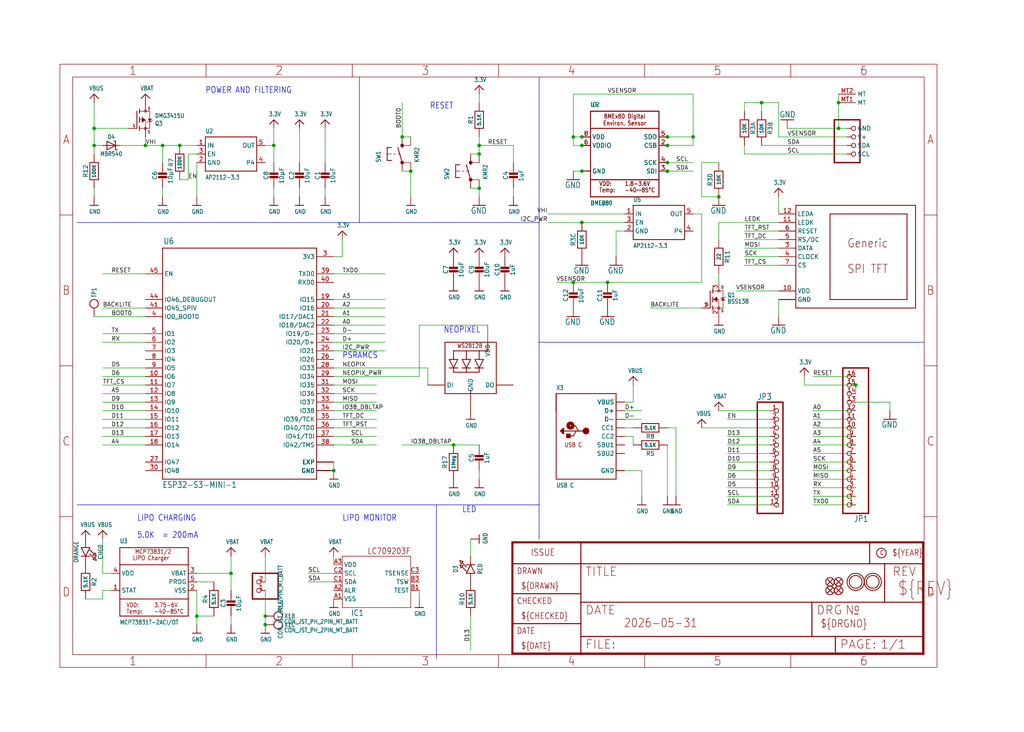
<source format=kicad_sch>
(kicad_sch (version 20230121) (generator eeschema)
  (paper "User" 303.962 217.322)
  (junction (at 226.06 30.48))
  (junction (at 172.72 43.18))
  (junction (at 134.62 132.08))
  (junction (at 248.92 30.48))
  (junction (at 254 114.3))
  (junction (at 43.18 43.18))
  (junction (at 172.72 40.64))
  (junction (at 99.06 139.7))
  (junction (at 53.34 43.18))
  (junction (at 142.24 55.88))
  (junction (at 180.34 83.82))
  (junction (at 119.38 40.64))
  (junction (at 198.12 43.18))
  (junction (at 142.24 43.18))
  (junction (at 27.94 38.1))
  (junction (at 172.72 66.04))
  (junction (at 198.12 48.26))
  (junction (at 121.92 50.8))
  (junction (at 78.74 182.88))
  (junction (at 58.42 182.88))
  (junction (at 198.12 40.64))
  (junction (at 248.92 38.1))
  (junction (at 172.72 50.8))
  (junction (at 205.74 40.64))
  (junction (at 170.18 83.82))
  (junction (at 27.94 43.18))
  (junction (at 170.18 40.64))
  (junction (at 81.28 43.18))
  (junction (at 48.26 43.18))
  (junction (at 78.74 185.42))
  (junction (at 142.24 45.72))
  (junction (at 68.58 170.18))
  (junction (at 213.36 58.42))
  (junction (at 198.12 50.8))
  (wire (pts (xy 99.06 129.54) (xy 111.76 129.54)) (stroke (width 0.1524)))
  (wire (pts (xy 99.06 119.38) (xy 111.76 119.38)) (stroke (width 0.1524)))
  (wire (pts (xy 198.12 127) (xy 200.66 127)) (stroke (width 0.1524)))
  (wire (pts (xy 213.36 66.04) (xy 213.36 71.12)) (stroke (width 0.1524)))
  (wire (pts (xy 254 116.84) (xy 254 114.3)) (stroke (width 0.1524)))
  (wire (pts (xy 25.4 177.8) (xy 30.48 177.8)) (stroke (width 0.1524)))
  (polyline (pts (xy 160.02 66.04) (xy 160.02 22.86)) (stroke (width 0.1524) (type solid)))
  (wire (pts (xy 215.9 149.86) (xy 228.6 149.86)) (stroke (width 0.1524)))
  (wire (pts (xy 68.58 182.88) (xy 68.58 185.42)) (stroke (width 0.1524)))
  (wire (pts (xy 254 121.92) (xy 241.3 121.92)) (stroke (width 0.1524)))
  (wire (pts (xy 48.26 43.18) (xy 48.26 48.26)) (stroke (width 0.1524)))
  (wire (pts (xy 185.42 119.38) (xy 187.96 119.38)) (stroke (width 0.1524)))
  (wire (pts (xy 99.06 76.2) (xy 101.6 76.2)) (stroke (width 0.1524)))
  (wire (pts (xy 172.72 43.18) (xy 170.18 43.18)) (stroke (width 0.1524)))
  (polyline (pts (xy 129.54 149.86) (xy 129.54 195.58)) (stroke (width 0.1524) (type solid)))
  (wire (pts (xy 58.42 175.26) (xy 58.42 182.88)) (stroke (width 0.1524)))
  (wire (pts (xy 254 111.76) (xy 241.3 111.76)) (stroke (width 0.1524)))
  (wire (pts (xy 254 127) (xy 241.3 127)) (stroke (width 0.1524)))
  (wire (pts (xy 198.12 50.8) (xy 205.74 50.8)) (stroke (width 0.1524)))
  (wire (pts (xy 254 144.78) (xy 241.3 144.78)) (stroke (width 0.1524)))
  (wire (pts (xy 185.42 121.92) (xy 190.5 121.92)) (stroke (width 0.1524)))
  (wire (pts (xy 215.9 132.08) (xy 228.6 132.08)) (stroke (width 0.1524)))
  (wire (pts (xy 96.52 55.88) (xy 96.52 58.42)) (stroke (width 0.1524)))
  (wire (pts (xy 30.48 121.92) (xy 43.18 121.92)) (stroke (width 0.1524)))
  (wire (pts (xy 198.12 43.18) (xy 205.74 43.18)) (stroke (width 0.1524)))
  (wire (pts (xy 124.46 111.76) (xy 124.46 96.52)) (stroke (width 0.1524)))
  (wire (pts (xy 68.58 175.26) (xy 68.58 170.18)) (stroke (width 0.1524)))
  (wire (pts (xy 99.06 96.52) (xy 114.3 96.52)) (stroke (width 0.1524)))
  (wire (pts (xy 53.34 43.18) (xy 48.26 43.18)) (stroke (width 0.1524)))
  (wire (pts (xy 30.48 111.76) (xy 43.18 111.76)) (stroke (width 0.1524)))
  (wire (pts (xy 30.48 127) (xy 43.18 127)) (stroke (width 0.1524)))
  (wire (pts (xy 185.42 63.5) (xy 162.56 63.5)) (stroke (width 0.1524)))
  (wire (pts (xy 170.18 43.18) (xy 170.18 40.64)) (stroke (width 0.1524)))
  (wire (pts (xy 220.98 33.02) (xy 220.98 30.48)) (stroke (width 0.1524)))
  (wire (pts (xy 185.42 66.04) (xy 172.72 66.04)) (stroke (width 0.1524)))
  (wire (pts (xy 238.76 114.3) (xy 254 114.3)) (stroke (width 0.1524)))
  (wire (pts (xy 228.6 127) (xy 208.28 127)) (stroke (width 0.1524)))
  (wire (pts (xy 142.24 45.72) (xy 139.7 45.72)) (stroke (width 0.1524)))
  (wire (pts (xy 231.14 73.66) (xy 220.98 73.66)) (stroke (width 0.1524)))
  (wire (pts (xy 170.18 40.64) (xy 170.18 27.94)) (stroke (width 0.1524)))
  (wire (pts (xy 231.14 40.64) (xy 251.46 40.64)) (stroke (width 0.1524)))
  (wire (pts (xy 27.94 43.18) (xy 27.94 38.1)) (stroke (width 0.1524)))
  (wire (pts (xy 99.06 170.18) (xy 91.44 170.18)) (stroke (width 0.1524)))
  (wire (pts (xy 81.28 43.18) (xy 81.28 38.1)) (stroke (width 0.1524)))
  (wire (pts (xy 68.58 165.1) (xy 68.58 170.18)) (stroke (width 0.1524)))
  (wire (pts (xy 78.74 185.42) (xy 78.74 182.88)) (stroke (width 0.1524)))
  (wire (pts (xy 254 139.7) (xy 241.3 139.7)) (stroke (width 0.1524)))
  (wire (pts (xy 142.24 142.24) (xy 142.24 139.7)) (stroke (width 0.1524)))
  (wire (pts (xy 43.18 132.08) (xy 30.48 132.08)) (stroke (width 0.1524)))
  (wire (pts (xy 231.14 40.64) (xy 231.14 30.48)) (stroke (width 0.1524)))
  (wire (pts (xy 170.18 83.82) (xy 180.34 83.82)) (stroke (width 0.1524)))
  (wire (pts (xy 220.98 30.48) (xy 226.06 30.48)) (stroke (width 0.1524)))
  (wire (pts (xy 35.56 43.18) (xy 43.18 43.18)) (stroke (width 0.1524)))
  (wire (pts (xy 208.28 83.82) (xy 208.28 63.5)) (stroke (width 0.1524)))
  (wire (pts (xy 99.06 101.6) (xy 114.3 101.6)) (stroke (width 0.1524)))
  (wire (pts (xy 43.18 40.64) (xy 43.18 43.18)) (stroke (width 0.1524)))
  (polyline (pts (xy 274.32 101.6) (xy 160.02 101.6)) (stroke (width 0.1524) (type solid)))
  (wire (pts (xy 142.24 132.08) (xy 134.62 132.08)) (stroke (width 0.1524)))
  (wire (pts (xy 43.18 129.54) (xy 30.48 129.54)) (stroke (width 0.1524)))
  (wire (pts (xy 63.5 182.88) (xy 58.42 182.88)) (stroke (width 0.1524)))
  (wire (pts (xy 99.06 121.92) (xy 111.76 121.92)) (stroke (width 0.1524)))
  (polyline (pts (xy 22.86 66.04) (xy 106.68 66.04)) (stroke (width 0.1524) (type solid)))
  (wire (pts (xy 205.74 63.5) (xy 208.28 63.5)) (stroke (width 0.1524)))
  (wire (pts (xy 139.7 182.88) (xy 139.7 193.04)) (stroke (width 0.1524)))
  (wire (pts (xy 99.06 91.44) (xy 114.3 91.44)) (stroke (width 0.1524)))
  (wire (pts (xy 254 124.46) (xy 241.3 124.46)) (stroke (width 0.1524)))
  (wire (pts (xy 38.1 38.1) (xy 27.94 38.1)) (stroke (width 0.1524)))
  (wire (pts (xy 152.4 58.42) (xy 152.4 55.88)) (stroke (width 0.1524)))
  (wire (pts (xy 58.42 170.18) (xy 68.58 170.18)) (stroke (width 0.1524)))
  (wire (pts (xy 43.18 43.18) (xy 48.26 43.18)) (stroke (width 0.1524)))
  (wire (pts (xy 213.36 66.04) (xy 231.14 66.04)) (stroke (width 0.1524)))
  (wire (pts (xy 241.3 129.54) (xy 254 129.54)) (stroke (width 0.1524)))
  (wire (pts (xy 226.06 30.48) (xy 226.06 33.02)) (stroke (width 0.1524)))
  (polyline (pts (xy 129.54 149.86) (xy 22.86 149.86)) (stroke (width 0.1524) (type solid)))
  (wire (pts (xy 231.14 93.98) (xy 231.14 88.9)) (stroke (width 0.1524)))
  (wire (pts (xy 172.72 66.04) (xy 162.56 66.04)) (stroke (width 0.1524)))
  (wire (pts (xy 172.72 40.64) (xy 170.18 40.64)) (stroke (width 0.1524)))
  (wire (pts (xy 215.9 124.46) (xy 228.6 124.46)) (stroke (width 0.1524)))
  (wire (pts (xy 30.48 170.18) (xy 33.02 170.18)) (stroke (width 0.1524)))
  (wire (pts (xy 127 109.22) (xy 127 114.3)) (stroke (width 0.1524)))
  (wire (pts (xy 99.06 137.16) (xy 99.06 139.7)) (stroke (width 0.1524)))
  (wire (pts (xy 213.36 81.28) (xy 213.36 83.82)) (stroke (width 0.1524)))
  (wire (pts (xy 142.24 43.18) (xy 152.4 43.18)) (stroke (width 0.1524)))
  (wire (pts (xy 198.12 48.26) (xy 205.74 48.26)) (stroke (width 0.1524)))
  (polyline (pts (xy 160.02 66.04) (xy 106.68 66.04)) (stroke (width 0.1524) (type solid)))
  (wire (pts (xy 27.94 38.1) (xy 27.94 30.48)) (stroke (width 0.1524)))
  (wire (pts (xy 101.6 76.2) (xy 101.6 71.12)) (stroke (width 0.1524)))
  (wire (pts (xy 43.18 91.44) (xy 30.48 91.44)) (stroke (width 0.1524)))
  (polyline (pts (xy 160.02 101.6) (xy 160.02 66.04)) (stroke (width 0.1524) (type solid)))
  (wire (pts (xy 205.74 40.64) (xy 205.74 43.18)) (stroke (width 0.1524)))
  (wire (pts (xy 190.5 147.32) (xy 190.5 139.7)) (stroke (width 0.1524)))
  (wire (pts (xy 99.06 109.22) (xy 127 109.22)) (stroke (width 0.1524)))
  (wire (pts (xy 43.18 81.28) (xy 30.48 81.28)) (stroke (width 0.1524)))
  (wire (pts (xy 187.96 129.54) (xy 187.96 132.08)) (stroke (width 0.1524)))
  (wire (pts (xy 43.18 119.38) (xy 30.48 119.38)) (stroke (width 0.1524)))
  (wire (pts (xy 182.88 68.58) (xy 182.88 76.2)) (stroke (width 0.1524)))
  (wire (pts (xy 241.3 147.32) (xy 254 147.32)) (stroke (width 0.1524)))
  (wire (pts (xy 88.9 38.1) (xy 88.9 48.26)) (stroke (width 0.1524)))
  (wire (pts (xy 180.34 83.82) (xy 208.28 83.82)) (stroke (width 0.1524)))
  (wire (pts (xy 251.46 43.18) (xy 226.06 43.18)) (stroke (width 0.1524)))
  (wire (pts (xy 99.06 114.3) (xy 111.76 114.3)) (stroke (width 0.1524)))
  (wire (pts (xy 254 119.38) (xy 264.16 119.38)) (stroke (width 0.1524)))
  (wire (pts (xy 152.4 48.26) (xy 152.4 43.18)) (stroke (width 0.1524)))
  (wire (pts (xy 213.36 121.92) (xy 228.6 121.92)) (stroke (width 0.1524)))
  (wire (pts (xy 231.14 76.2) (xy 220.98 76.2)) (stroke (width 0.1524)))
  (wire (pts (xy 78.74 43.18) (xy 81.28 43.18)) (stroke (width 0.1524)))
  (wire (pts (xy 185.42 129.54) (xy 187.96 129.54)) (stroke (width 0.1524)))
  (wire (pts (xy 121.92 50.8) (xy 121.92 58.42)) (stroke (width 0.1524)))
  (wire (pts (xy 81.28 55.88) (xy 81.28 58.42)) (stroke (width 0.1524)))
  (wire (pts (xy 99.06 132.08) (xy 111.76 132.08)) (stroke (width 0.1524)))
  (wire (pts (xy 99.06 88.9) (xy 114.3 88.9)) (stroke (width 0.1524)))
  (wire (pts (xy 142.24 43.18) (xy 142.24 45.72)) (stroke (width 0.1524)))
  (wire (pts (xy 99.06 111.76) (xy 124.46 111.76)) (stroke (width 0.1524)))
  (wire (pts (xy 190.5 139.7) (xy 185.42 139.7)) (stroke (width 0.1524)))
  (wire (pts (xy 30.48 175.26) (xy 33.02 175.26)) (stroke (width 0.1524)))
  (wire (pts (xy 208.28 58.42) (xy 208.28 48.26)) (stroke (width 0.1524)))
  (wire (pts (xy 124.46 177.8) (xy 124.46 175.26)) (stroke (width 0.1524)))
  (wire (pts (xy 185.42 124.46) (xy 190.5 124.46)) (stroke (width 0.1524)))
  (wire (pts (xy 55.88 45.72) (xy 58.42 45.72)) (stroke (width 0.1524)))
  (wire (pts (xy 248.92 27.94) (xy 248.92 30.48)) (stroke (width 0.1524)))
  (wire (pts (xy 48.26 55.88) (xy 48.26 58.42)) (stroke (width 0.1524)))
  (wire (pts (xy 99.06 116.84) (xy 111.76 116.84)) (stroke (width 0.1524)))
  (wire (pts (xy 142.24 40.64) (xy 142.24 43.18)) (stroke (width 0.1524)))
  (wire (pts (xy 187.96 119.38) (xy 187.96 114.3)) (stroke (width 0.1524)))
  (wire (pts (xy 111.76 124.46) (xy 99.06 124.46)) (stroke (width 0.1524)))
  (wire (pts (xy 119.38 40.64) (xy 119.38 30.48)) (stroke (width 0.1524)))
  (wire (pts (xy 231.14 71.12) (xy 220.98 71.12)) (stroke (width 0.1524)))
  (wire (pts (xy 185.42 68.58) (xy 182.88 68.58)) (stroke (width 0.1524)))
  (wire (pts (xy 55.88 53.34) (xy 55.88 45.72)) (stroke (width 0.1524)))
  (wire (pts (xy 254 149.86) (xy 241.3 149.86)) (stroke (width 0.1524)))
  (wire (pts (xy 220.98 45.72) (xy 220.98 43.18)) (stroke (width 0.1524)))
  (wire (pts (xy 200.66 127) (xy 200.66 147.32)) (stroke (width 0.1524)))
  (wire (pts (xy 241.3 142.24) (xy 254 142.24)) (stroke (width 0.1524)))
  (wire (pts (xy 231.14 78.74) (xy 220.98 78.74)) (stroke (width 0.1524)))
  (wire (pts (xy 248.92 38.1) (xy 251.46 38.1)) (stroke (width 0.1524)))
  (wire (pts (xy 254 134.62) (xy 241.3 134.62)) (stroke (width 0.1524)))
  (wire (pts (xy 81.28 48.26) (xy 81.28 43.18)) (stroke (width 0.1524)))
  (wire (pts (xy 205.74 27.94) (xy 205.74 40.64)) (stroke (width 0.1524)))
  (wire (pts (xy 78.74 182.88) (xy 78.74 175.26)) (stroke (width 0.1524)))
  (wire (pts (xy 30.48 99.06) (xy 43.18 99.06)) (stroke (width 0.1524)))
  (wire (pts (xy 99.06 165.1) (xy 99.06 167.64)) (stroke (width 0.1524)))
  (wire (pts (xy 185.42 127) (xy 187.96 127)) (stroke (width 0.1524)))
  (wire (pts (xy 43.18 124.46) (xy 30.48 124.46)) (stroke (width 0.1524)))
  (wire (pts (xy 88.9 55.88) (xy 88.9 58.42)) (stroke (width 0.1524)))
  (wire (pts (xy 208.28 48.26) (xy 213.36 48.26)) (stroke (width 0.1524)))
  (wire (pts (xy 58.42 43.18) (xy 53.34 43.18)) (stroke (width 0.1524)))
  (wire (pts (xy 264.16 119.38) (xy 264.16 121.92)) (stroke (width 0.1524)))
  (wire (pts (xy 228.6 144.78) (xy 215.9 144.78)) (stroke (width 0.1524)))
  (wire (pts (xy 248.92 38.1) (xy 233.68 38.1)) (stroke (width 0.1524)))
  (polyline (pts (xy 160.02 149.86) (xy 160.02 101.6)) (stroke (width 0.1524) (type solid)))
  (wire (pts (xy 27.94 45.72) (xy 27.94 43.18)) (stroke (width 0.1524)))
  (wire (pts (xy 251.46 45.72) (xy 220.98 45.72)) (stroke (width 0.1524)))
  (polyline (pts (xy 160.02 149.86) (xy 129.54 149.86)) (stroke (width 0.1524) (type solid)))
  (wire (pts (xy 43.18 114.3) (xy 30.48 114.3)) (stroke (width 0.1524)))
  (wire (pts (xy 165.1 83.82) (xy 170.18 83.82)) (stroke (width 0.1524)))
  (wire (pts (xy 96.52 38.1) (xy 96.52 48.26)) (stroke (width 0.1524)))
  (wire (pts (xy 91.44 172.72) (xy 99.06 172.72)) (stroke (width 0.1524)))
  (wire (pts (xy 215.9 142.24) (xy 228.6 142.24)) (stroke (width 0.1524)))
  (wire (pts (xy 215.9 137.16) (xy 228.6 137.16)) (stroke (width 0.1524)))
  (wire (pts (xy 238.76 111.76) (xy 238.76 114.3)) (stroke (width 0.1524)))
  (wire (pts (xy 30.48 160.02) (xy 30.48 170.18)) (stroke (width 0.1524)))
  (wire (pts (xy 119.38 40.64) (xy 121.92 40.64)) (stroke (width 0.1524)))
  (wire (pts (xy 99.06 81.28) (xy 114.3 81.28)) (stroke (width 0.1524)))
  (wire (pts (xy 248.92 30.48) (xy 248.92 38.1)) (stroke (width 0.1524)))
  (wire (pts (xy 170.18 27.94) (xy 205.74 27.94)) (stroke (width 0.1524)))
  (wire (pts (xy 124.46 96.52) (xy 144.78 96.52)) (stroke (width 0.1524)))
  (wire (pts (xy 193.04 91.44) (xy 208.28 91.44)) (stroke (width 0.1524)))
  (wire (pts (xy 170.18 50.8) (xy 172.72 50.8)) (stroke (width 0.1524)))
  (wire (pts (xy 43.18 101.6) (xy 30.48 101.6)) (stroke (width 0.1524)))
  (wire (pts (xy 198.12 132.08) (xy 198.12 147.32)) (stroke (width 0.1524)))
  (wire (pts (xy 228.6 147.32) (xy 215.9 147.32)) (stroke (width 0.1524)))
  (wire (pts (xy 231.14 68.58) (xy 220.98 68.58)) (stroke (width 0.1524)))
  (wire (pts (xy 231.14 86.36) (xy 218.44 86.36)) (stroke (width 0.1524)))
  (wire (pts (xy 139.7 55.88) (xy 142.24 55.88)) (stroke (width 0.1524)))
  (wire (pts (xy 139.7 165.1) (xy 139.7 160.02)) (stroke (width 0.1524)))
  (wire (pts (xy 99.06 104.14) (xy 114.3 104.14)) (stroke (width 0.1524)))
  (wire (pts (xy 58.42 182.88) (xy 58.42 185.42)) (stroke (width 0.1524)))
  (wire (pts (xy 30.48 43.18) (xy 27.94 43.18)) (stroke (width 0.1524)))
  (wire (pts (xy 58.42 172.72) (xy 63.5 172.72)) (stroke (width 0.1524)))
  (wire (pts (xy 119.38 50.8) (xy 121.92 50.8)) (stroke (width 0.1524)))
  (wire (pts (xy 53.34 53.34) (xy 55.88 53.34)) (stroke (width 0.1524)))
  (wire (pts (xy 58.42 48.26) (xy 58.42 58.42)) (stroke (width 0.1524)))
  (wire (pts (xy 99.06 93.98) (xy 114.3 93.98)) (stroke (width 0.1524)))
  (wire (pts (xy 27.94 58.42) (xy 27.94 55.88)) (stroke (width 0.1524)))
  (wire (pts (xy 43.18 109.22) (xy 30.48 109.22)) (stroke (width 0.1524)))
  (wire (pts (xy 215.9 139.7) (xy 228.6 139.7)) (stroke (width 0.1524)))
  (wire (pts (xy 228.6 134.62) (xy 215.9 134.62)) (stroke (width 0.1524)))
  (wire (pts (xy 99.06 99.06) (xy 114.3 99.06)) (stroke (width 0.1524)))
  (wire (pts (xy 198.12 40.64) (xy 205.74 40.64)) (stroke (width 0.1524)))
  (wire (pts (xy 43.18 116.84) (xy 30.48 116.84)) (stroke (width 0.1524)))
  (wire (pts (xy 43.18 93.98) (xy 27.94 93.98)) (stroke (width 0.1524)))
  (wire (pts (xy 254 137.16) (xy 241.3 137.16)) (stroke (width 0.1524)))
  (wire (pts (xy 134.62 132.08) (xy 119.38 132.08)) (stroke (width 0.1524)))
  (wire (pts (xy 231.14 30.48) (xy 226.06 30.48)) (stroke (width 0.1524)))
  (polyline (pts (xy 106.68 66.04) (xy 106.68 22.86)) (stroke (width 0.1524) (type solid)))
  (wire (pts (xy 99.06 127) (xy 111.76 127)) (stroke (width 0.1524)))
  (wire (pts (xy 142.24 55.88) (xy 142.24 58.42)) (stroke (width 0.1524)))
  (wire (pts (xy 231.14 63.5) (xy 231.14 58.42)) (stroke (width 0.1524)))
  (wire (pts (xy 208.28 58.42) (xy 213.36 58.42)) (stroke (width 0.1524)))
  (wire (pts (xy 254 132.08) (xy 241.3 132.08)) (stroke (width 0.1524)))
  (wire (pts (xy 228.6 129.54) (xy 215.9 129.54)) (stroke (width 0.1524)))
  (wire (pts (xy 78.74 165.1) (xy 78.74 172.72)) (stroke (width 0.1524)))
  (wire (pts (xy 30.48 177.8) (xy 30.48 175.26)) (stroke (width 0.1524)))
  (polyline (pts (xy 160.02 160.02) (xy 160.02 149.86)) (stroke (width 0.1524) (type solid)))
  (wire (pts (xy 142.24 27.94) (xy 142.24 30.48)) (stroke (width 0.1524)))
  (text "5.0K  = 200mA" (at 40.64 160.02 0) (effects (font (size 1.778 1.5113)) (justify left bottom)))
  (text "LED" (at 137.16 152.4 0) (effects (font (size 1.778 1.5113)) (justify left bottom)))
  (text "POWER AND FILTERING" (at 60.96 27.94 0) (effects (font (size 1.778 1.5113)) (justify left bottom)))
  (text "LIPO CHARGING" (at 40.64 154.94 0) (effects (font (size 1.778 1.5113)) (justify left bottom)))
  (text "PSRAMCS" (at 101.6 106.68 0) (effects (font (size 1.778 1.5113)) (justify left bottom)))
  (text "NEOPIXEL" (at 137.16 99.06 0) (effects (font (size 1.778 1.5113)) (justify bottom)))
  (text "RESET" (at 134.62 30.48 0) (effects (font (size 1.778 1.5113)) (justify right top)))
  (text "LIPO MONITOR" (at 101.6 154.94 0) (effects (font (size 1.778 1.5113)) (justify left bottom)))
  (label "D11" (at 33.02 124.46 0) (effects (font (size 1.2446 1.2446))))
  (label "TFT_RST" (at 101.6 127 0) (effects (font (size 1.2446 1.2446))))
  (label "SCL" (at 91.44 170.18 0) (effects (font (size 1.2446 1.2446))))
  (label "EN" (at 215.9 124.46 0) (effects (font (size 1.2446 1.2446))))
  (label "D6" (at 215.9 142.24 0) (effects (font (size 1.2446 1.2446))))
  (label "RESET" (at 241.3 111.76 0) (effects (font (size 1.2446 1.2446))))
  (label "NEOPIX" (at 101.6 109.22 0) (effects (font (size 1.2446 1.2446))))
  (label "VSENSOR" (at 218.44 86.36 0) (effects (font (size 1.2446 1.2446))))
  (label "TFT_CS" (at 220.98 78.74 0) (effects (font (size 1.2446 1.2446))))
  (label "RESET" (at 144.78 43.18 0) (effects (font (size 1.2446 1.2446))))
  (label "A1" (at 101.6 93.98 0) (effects (font (size 1.2446 1.2446))))
  (label "SCK" (at 241.3 137.16 0) (effects (font (size 1.2446 1.2446))))
  (label "A5" (at 33.02 116.84 0) (effects (font (size 1.2446 1.2446))))
  (label "SCL" (at 233.68 45.72 0) (effects (font (size 1.2446 1.2446))))
  (label "VSENSOR" (at 180.34 27.94 0) (effects (font (size 1.2446 1.2446))))
  (label "BOOT0" (at 119.38 38.1 90) (effects (font (size 1.2446 1.2446))))
  (label "MISO" (at 241.3 142.24 0) (effects (font (size 1.2446 1.2446))))
  (label "TX" (at 241.3 147.32 0) (effects (font (size 1.2446 1.2446))))
  (label "SCK" (at 101.6 116.84 0) (effects (font (size 1.2446 1.2446))))
  (label "A0" (at 241.3 121.92 0) (effects (font (size 1.2446 1.2446))))
  (label "D12" (at 215.9 132.08 0) (effects (font (size 1.2446 1.2446))))
  (label "D-" (at 185.42 124.46 0) (effects (font (size 1.2446 1.2446))))
  (label "D6" (at 33.02 111.76 0) (effects (font (size 1.2446 1.2446))))
  (label "BOOT0" (at 33.02 93.98 0) (effects (font (size 1.2446 1.2446))))
  (label "VSENSOR" (at 165.1 83.82 0) (effects (font (size 1.2446 1.2446))))
  (label "A4" (at 33.02 132.08 0) (effects (font (size 1.2446 1.2446))))
  (label "TXD0" (at 241.3 149.86 0) (effects (font (size 1.2446 1.2446))))
  (label "A5" (at 241.3 134.62 0) (effects (font (size 1.2446 1.2446))))
  (label "TFT_DC" (at 101.6 124.46 0) (effects (font (size 1.2446 1.2446))))
  (label "D+" (at 185.42 121.92 0) (effects (font (size 1.2446 1.2446))))
  (label "D9" (at 33.02 119.38 0) (effects (font (size 1.2446 1.2446))))
  (label "VHI" (at 162.56 63.5 180) (effects (font (size 1.2446 1.2446))))
  (label "SDA" (at 200.66 50.8 0) (effects (font (size 1.2446 1.2446))))
  (label "SDA" (at 215.9 149.86 0) (effects (font (size 1.2446 1.2446))))
  (label "LEDK" (at 220.98 66.04 0) (effects (font (size 1.2446 1.2446))))
  (label "SDA" (at 91.44 172.72 0) (effects (font (size 1.2446 1.2446))))
  (label "A3" (at 241.3 129.54 0) (effects (font (size 1.2446 1.2446))))
  (label "TFT_RST" (at 220.98 68.58 0) (effects (font (size 1.2446 1.2446))))
  (label "EN" (at 55.88 53.34 0) (effects (font (size 1.2446 1.2446))))
  (label "TX" (at 33.02 99.06 0) (effects (font (size 1.2446 1.2446))))
  (label "SDA" (at 104.14 132.08 0) (effects (font (size 1.2446 1.2446))))
  (label "SCL" (at 104.14 129.54 0) (effects (font (size 1.2446 1.2446))))
  (label "MOSI" (at 241.3 139.7 0) (effects (font (size 1.2446 1.2446))))
  (label "IO38_DBLTAP" (at 121.92 132.08 0) (effects (font (size 1.2446 1.2446))))
  (label "D10" (at 215.9 137.16 0) (effects (font (size 1.2446 1.2446))))
  (label "TFT_DC" (at 220.98 71.12 0) (effects (font (size 1.2446 1.2446))))
  (label "D9" (at 215.9 139.7 0) (effects (font (size 1.2446 1.2446))))
  (label "RESET" (at 33.02 81.28 0) (effects (font (size 1.2446 1.2446))))
  (label "VHI" (at 43.18 43.18 0) (effects (font (size 1.2446 1.2446))))
  (label "D-" (at 101.6 99.06 0) (effects (font (size 1.2446 1.2446))))
  (label "A3" (at 101.6 88.9 0) (effects (font (size 1.2446 1.2446))))
  (label "A2" (at 101.6 91.44 0) (effects (font (size 1.2446 1.2446))))
  (label "SCL" (at 200.66 48.26 0) (effects (font (size 1.2446 1.2446))))
  (label "IO38_DBLTAP" (at 101.6 121.92 0) (effects (font (size 1.2446 1.2446))))
  (label "A2" (at 241.3 127 0) (effects (font (size 1.2446 1.2446))))
  (label "A4" (at 241.3 132.08 0) (effects (font (size 1.2446 1.2446))))
  (label "I2C_PWR" (at 101.6 104.14 0) (effects (font (size 1.2446 1.2446))))
  (label "I2C_PWR" (at 162.56 66.04 180) (effects (font (size 1.2446 1.2446))))
  (label "D12" (at 33.02 127 0) (effects (font (size 1.2446 1.2446))))
  (label "D5" (at 215.9 144.78 0) (effects (font (size 1.2446 1.2446))))
  (label "MOSI" (at 220.98 73.66 0) (effects (font (size 1.2446 1.2446))))
  (label "RX" (at 241.3 144.78 0) (effects (font (size 1.2446 1.2446))))
  (label "D13" (at 33.02 129.54 0) (effects (font (size 1.2446 1.2446))))
  (label "MISO" (at 101.6 119.38 0) (effects (font (size 1.2446 1.2446))))
  (label "BACKLITE" (at 193.04 91.44 0) (effects (font (size 1.2446 1.2446))))
  (label "RX" (at 33.02 101.6 0) (effects (font (size 1.2446 1.2446))))
  (label "MOSI" (at 101.6 114.3 0) (effects (font (size 1.2446 1.2446))))
  (label "D5" (at 33.02 109.22 0) (effects (font (size 1.2446 1.2446))))
  (label "SCK" (at 220.98 76.2 0) (effects (font (size 1.2446 1.2446))))
  (label "NEOPIX_PWR" (at 101.6 111.76 0) (effects (font (size 1.2446 1.2446))))
  (label "D+" (at 101.6 101.6 0) (effects (font (size 1.2446 1.2446))))
  (label "BACKLITE" (at 30.48 91.44 0) (effects (font (size 1.2446 1.2446))))
  (label "TXD0" (at 101.6 81.28 0) (effects (font (size 1.2446 1.2446))))
  (label "SDA" (at 233.68 43.18 0) (effects (font (size 1.2446 1.2446))))
  (label "D13" (at 215.9 129.54 0) (effects (font (size 1.2446 1.2446))))
  (label "SCL" (at 215.9 147.32 0) (effects (font (size 1.2446 1.2446))))
  (label "D13" (at 139.7 190.5 90) (effects (font (size 1.2446 1.2446))))
  (label "A1" (at 241.3 124.46 0) (effects (font (size 1.2446 1.2446))))
  (label "VSENSOR" (at 233.68 40.64 0) (effects (font (size 1.2446 1.2446))))
  (label "TFT_CS" (at 30.48 114.3 0) (effects (font (size 1.2446 1.2446))))
  (label "D10" (at 33.02 121.92 0) (effects (font (size 1.2446 1.2446))))
  (label "A0" (at 101.6 96.52 0) (effects (font (size 1.2446 1.2446))))
  (label "D11" (at 215.9 134.62 0) (effects (font (size 1.2446 1.2446))))
  (symbol (lib_id "working-eagle-import:RESISTOR_0603_NOOUT") (at 142.24 35.56 90) (unit 1)
    (property "Reference" "R1" (at 139.7 35.56 0))
    (property "Value" "5.1K" (at 142.24 35.56 0) (effects (font (size 1.016 1.016) bold)))
    (property "Footprint" "working:0603-NO" (effects hide))
  )
  (symbol (lib_id "working-eagle-import:RESISTOR_0603_NOOUT") (at 139.7 177.8 90) (unit 1)
    (property "Reference" "R10" (at 137.16 177.8 0))
    (property "Value" "5.1K" (at 139.7 177.8 0) (effects (font (size 1.016 1.016) bold)))
    (property "Footprint" "working:0603-NO" (effects hide))
  )
  (symbol (lib_id "working-eagle-import:CAP_CERAMIC0805-NOOUTLINE") (at 134.62 81.28 0) (unit 1)
    (property "Reference" "C7" (at 132.33 80.03 90))
    (property "Value" "10uF" (at 136.92 80.03 90))
    (property "Footprint" "working:0805-NO" (effects hide))
  )
  (symbol (lib_id "working-eagle-import:LC709203F/MH") (at 111.76 172.72 0) (unit 1)
    (property "Reference" "IC1" (at 104.14 182.88 0) (effects (font (size 1.778 1.5113)) (justify left bottom)))
    (property "Value" "LC709203F/MH" (effects hide))
    (property "Footprint" "working:WLCSP9" (effects hide))
  )
  (symbol (lib_id "working-eagle-import:GND") (at 149.86 86.36 0) (unit 1)
    (property "Reference" "#U$47" (effects hide))
    (property "Value" "GND" (at 148.336 88.9 0) (effects (font (size 1.27 1.0795)) (justify left bottom)))
  )
  (symbol (lib_id "working-eagle-import:RESISTOR_0603_NOOUT") (at 134.62 137.16 90) (unit 1)
    (property "Reference" "R17" (at 132.08 137.16 0))
    (property "Value" "1Meg" (at 134.62 137.16 0) (effects (font (size 1.016 1.016) bold)))
    (property "Footprint" "working:0603-NO" (effects hide))
  )
  (symbol (lib_id "working-eagle-import:GND") (at 142.24 86.36 0) (unit 1)
    (property "Reference" "#U$46" (effects hide))
    (property "Value" "GND" (at 140.716 88.9 0) (effects (font (size 1.27 1.0795)) (justify left bottom)))
  )
  (symbol (lib_id "working-eagle-import:DISP_LCD_GENERIC_SPI_1.14IN_240X135_WRAPUNDER") (at 256.54 76.2 0) (unit 1)
    (property "Reference" "DISP1" (effects hide))
    (property "Value" "DISP_LCD_GENERIC_SPI_1.14IN_240X135_WRAPUNDER" (effects hide))
    (property "Footprint" "working:TFT_1.14IN_240X135_WRAPUNDER" (effects hide))
  )
  (symbol (lib_id "working-eagle-import:SWITCH_TACT_SMT4.6X2.8") (at 119.38 45.72 90) (unit 1)
    (property "Reference" "SW1" (at 113.03 48.26 0) (effects (font (size 1.27 1.0795)) (justify left bottom)))
    (property "Value" "KMR2" (at 124.46 48.26 0) (effects (font (size 1.27 1.0795)) (justify left bottom)))
    (property "Footprint" "working:BTN_KMR2_4.6X2.8" (effects hide))
  )
  (symbol (lib_id "working-eagle-import:VREG_SOT23-5") (at 68.58 45.72 0) (unit 1)
    (property "Reference" "U2" (at 60.96 39.624 0) (effects (font (size 1.27 1.0795)) (justify left bottom)))
    (property "Value" "AP2112-3.3" (at 60.96 53.34 0) (effects (font (size 1.27 1.0795)) (justify left bottom)))
    (property "Footprint" "working:SOT23-5" (effects hide))
  )
  (symbol (lib_id "working-eagle-import:GND") (at 152.4 60.96 0) (unit 1)
    (property "Reference" "#U$42" (effects hide))
    (property "Value" "GND" (at 150.876 63.5 0) (effects (font (size 1.27 1.0795)) (justify left bottom)))
  )
  (symbol (lib_id "working-eagle-import:GND") (at 142.24 144.78 0) (unit 1)
    (property "Reference" "#U$40" (effects hide))
    (property "Value" "GND" (at 140.716 147.32 0) (effects (font (size 1.27 1.0795)) (justify left bottom)))
  )
  (symbol (lib_id "working-eagle-import:MOUNTINGHOLE2.5") (at 259.08 172.72 0) (unit 1)
    (property "Reference" "U$32" (effects hide))
    (property "Value" "MOUNTINGHOLE2.5" (effects hide))
    (property "Footprint" "working:MOUNTINGHOLE_2.5_PLATED" (effects hide))
  )
  (symbol (lib_id "working-eagle-import:GND") (at 96.52 60.96 0) (unit 1)
    (property "Reference" "#U$4" (effects hide))
    (property "Value" "GND" (at 94.996 63.5 0) (effects (font (size 1.27 1.0795)) (justify left bottom)))
  )
  (symbol (lib_id "working-eagle-import:GND") (at 68.58 187.96 0) (unit 1)
    (property "Reference" "#U$33" (effects hide))
    (property "Value" "GND" (at 67.056 190.5 0) (effects (font (size 1.27 1.0795)) (justify left bottom)))
  )
  (symbol (lib_id "working-eagle-import:FRAME_A4") (at 17.78 198.12 0) (unit 1)
    (property "Reference" "#FRAME1" (effects hide))
    (property "Value" "FRAME_A4" (effects hide))
  )
  (symbol (lib_id "working-eagle-import:VBUS") (at 187.96 111.76 0) (unit 1)
    (property "Reference" "#U$28" (effects hide))
    (property "Value" "VBUS" (at 186.436 110.744 0) (effects (font (size 1.27 1.0795)) (justify left bottom)))
  )
  (symbol (lib_id "working-eagle-import:RESISTOR_0603_NOOUT") (at 63.5 177.8 90) (unit 1)
    (property "Reference" "R4" (at 60.96 177.8 0))
    (property "Value" "5.1K" (at 63.5 177.8 0) (effects (font (size 1.016 1.016) bold)))
    (property "Footprint" "working:0603-NO" (effects hide))
  )
  (symbol (lib_id "working-eagle-import:supply1_GND") (at 213.36 60.96 0) (unit 1)
    (property "Reference" "#GND10" (effects hide))
    (property "Value" "GND" (at 210.82 63.5 0) (effects (font (size 1.778 1.5113)) (justify left bottom)))
  )
  (symbol (lib_id "working-eagle-import:CAP_CERAMIC0805-NOOUTLINE") (at 48.26 53.34 0) (unit 1)
    (property "Reference" "C6" (at 45.97 52.09 90))
    (property "Value" "10µF" (at 50.56 52.09 90))
    (property "Footprint" "working:0805-NO" (effects hide))
  )
  (symbol (lib_id "working-eagle-import:VBUS") (at 25.4 157.48 0) (unit 1)
    (property "Reference" "#U$58" (effects hide))
    (property "Value" "VBUS" (at 23.876 156.464 0) (effects (font (size 1.27 1.0795)) (justify left bottom)))
  )
  (symbol (lib_id "working-eagle-import:FIDUCIAL_1MM") (at 246.38 175.26 0) (unit 1)
    (property "Reference" "U$55" (effects hide))
    (property "Value" "FIDUCIAL_1MM" (effects hide))
    (property "Footprint" "working:FIDUCIAL_1MM" (effects hide))
  )
  (symbol (lib_id "working-eagle-import:CON_JST_PH_2PIN_MT_BATT") (at 76.2 172.72 180) (unit 1)
    (property "Reference" "X1" (at 82.55 178.435 90) (effects (font (size 1.27 1.0795)) (justify left bottom)))
    (property "Value" "CON_JST_PH_2PIN_MT_BATT" (at 82.55 167.64 90) (effects (font (size 1.27 1.0795)) (justify left bottom)))
    (property "Footprint" "working:JSTPH2_BATT" (effects hide))
  )
  (symbol (lib_id "working-eagle-import:supply1_GND") (at 231.14 96.52 0) (unit 1)
    (property "Reference" "#GND3" (effects hide))
    (property "Value" "GND" (at 228.6 99.06 0) (effects (font (size 1.778 1.5113)) (justify left bottom)))
  )
  (symbol (lib_id "working-eagle-import:RESISTOR_4PACK") (at 172.72 71.12 90) (unit 3)
    (property "Reference" "R3" (at 170.18 71.12 0))
    (property "Value" "10K" (at 172.72 71.12 0) (effects (font (size 1.016 1.016) bold)))
    (property "Footprint" "working:RESPACK_4X0603" (effects hide))
  )
  (symbol (lib_id "working-eagle-import:GND") (at 48.26 60.96 0) (unit 1)
    (property "Reference" "#U$27" (effects hide))
    (property "Value" "GND" (at 46.736 63.5 0) (effects (font (size 1.27 1.0795)) (justify left bottom)))
  )
  (symbol (lib_id "working-eagle-import:GND") (at 78.74 187.96 0) (unit 1)
    (property "Reference" "#U$22" (effects hide))
    (property "Value" "GND" (at 77.216 190.5 0) (effects (font (size 1.27 1.0795)) (justify left bottom)))
  )
  (symbol (lib_id "working-eagle-import:VBAT") (at 43.18 27.94 0) (unit 1)
    (property "Reference" "#U$21" (effects hide))
    (property "Value" "VBAT" (at 41.656 26.924 0) (effects (font (size 1.27 1.0795)) (justify left bottom)))
  )
  (symbol (lib_id "working-eagle-import:GND") (at 27.94 60.96 0) (unit 1)
    (property "Reference" "#U$25" (effects hide))
    (property "Value" "GND" (at 26.416 63.5 0) (effects (font (size 1.27 1.0795)) (justify left bottom)))
  )
  (symbol (lib_id "working-eagle-import:CAP_CERAMIC0805-NOOUTLINE") (at 81.28 53.34 0) (unit 1)
    (property "Reference" "C8" (at 78.99 52.09 90))
    (property "Value" "10µF" (at 83.58 52.09 90))
    (property "Footprint" "working:0805-NO" (effects hide))
    (property "REV" "C" (effects hide))
  )
  (symbol (lib_id "working-eagle-import:RESISTOR_0603_NOOUT") (at 193.04 132.08 180) (unit 1)
    (property "Reference" "R5" (at 193.04 134.62 0))
    (property "Value" "5.1K" (at 193.04 132.08 0) (effects (font (size 1.016 1.016) bold)))
    (property "Footprint" "working:0603-NO" (effects hide))
  )
  (symbol (lib_id "working-eagle-import:FIDUCIAL_1MM") (at 248.92 172.72 0) (unit 1)
    (property "Reference" "U$34" (effects hide))
    (property "Value" "FIDUCIAL_1MM" (effects hide))
    (property "Footprint" "working:FIDUCIAL_1MM" (effects hide))
  )
  (symbol (lib_id "working-eagle-import:FIDUCIAL_1MM") (at 246.38 172.72 0) (unit 1)
    (property "Reference" "U$35" (effects hide))
    (property "Value" "FIDUCIAL_1MM" (effects hide))
    (property "Footprint" "working:FIDUCIAL_1MM" (effects hide))
  )
  (symbol (lib_id "working-eagle-import:supply1_GND") (at 170.18 53.34 0) (unit 1)
    (property "Reference" "#GND2" (effects hide))
    (property "Value" "GND" (at 167.64 55.88 0) (effects (font (size 1.778 1.5113)) (justify left bottom)))
  )
  (symbol (lib_id "working-eagle-import:MOUNTINGHOLE2.5") (at 254 172.72 0) (unit 1)
    (property "Reference" "U$31" (effects hide))
    (property "Value" "MOUNTINGHOLE2.5" (effects hide))
    (property "Footprint" "working:MOUNTINGHOLE_2.5_PLATED" (effects hide))
  )
  (symbol (lib_id "working-eagle-import:LED0603_NOOUTLINE") (at 25.4 165.1 270) (unit 1)
    (property "Reference" "CHG0" (at 29.845 163.83 0) (effects (font (size 1.27 1.0795))))
    (property "Value" "ORANGE" (at 22.606 163.83 0) (effects (font (size 1.27 1.0795))))
    (property "Footprint" "working:CHIPLED_0603_NOOUTLINE" (effects hide))
  )
  (symbol (lib_id "working-eagle-import:3.3V") (at 238.76 109.22 0) (unit 1)
    (property "Reference" "#U$6" (effects hide))
    (property "Value" "3.3V" (at 237.236 108.204 0) (effects (font (size 1.27 1.0795)) (justify left bottom)))
  )
  (symbol (lib_id "working-eagle-import:VBAT") (at 68.58 162.56 0) (unit 1)
    (property "Reference" "#U$39" (effects hide))
    (property "Value" "VBAT" (at 67.056 161.544 0) (effects (font (size 1.27 1.0795)) (justify left bottom)))
  )
  (symbol (lib_id "working-eagle-import:MOSFET-NREFLOW") (at 210.82 88.9 0) (unit 1)
    (property "Reference" "Q1" (at 215.9 88.265 0) (effects (font (size 1.27 1.0795)) (justify left bottom)))
    (property "Value" "BSS138" (at 215.9 90.17 0) (effects (font (size 1.27 1.0795)) (justify left bottom)))
    (property "Footprint" "working:SOT23-R" (effects hide))
  )
  (symbol (lib_id "working-eagle-import:supply1_GND") (at 180.34 93.98 0) (unit 1)
    (property "Reference" "#GND5" (effects hide))
    (property "Value" "GND" (at 177.8 96.52 0) (effects (font (size 1.778 1.5113)) (justify left bottom)))
  )
  (symbol (lib_id "working-eagle-import:BME680") (at 185.42 45.72 0) (unit 1)
    (property "Reference" "IC2" (at 175.26 31.75 0) (effects (font (size 1.27 1.0795)) (justify left bottom)))
    (property "Value" "BME680" (at 175.26 60.96 0) (effects (font (size 1.27 1.0795)) (justify left bottom)))
    (property "Footprint" "working:BME680" (effects hide))
  )
  (symbol (lib_id "working-eagle-import:RESISTOR_0603_NOOUT") (at 25.4 172.72 270) (unit 1)
    (property "Reference" "R2" (at 27.94 172.72 0))
    (property "Value" "5.1K" (at 25.4 172.72 0) (effects (font (size 1.016 1.016) bold)))
    (property "Footprint" "working:0603-NO" (effects hide))
  )
  (symbol (lib_id "working-eagle-import:GND") (at 190.5 149.86 0) (unit 1)
    (property "Reference" "#U$23" (effects hide))
    (property "Value" "GND" (at 188.976 152.4 0) (effects (font (size 1.27 1.0795)) (justify left bottom)))
  )
  (symbol (lib_id "working-eagle-import:CAP_CERAMIC0805-NOOUTLINE") (at 96.52 53.34 0) (unit 1)
    (property "Reference" "C1" (at 94.23 52.09 90))
    (property "Value" "10uF" (at 98.82 52.09 90))
    (property "Footprint" "working:0805-NO" (effects hide))
  )
  (symbol (lib_id "working-eagle-import:GND") (at 142.24 160.02 90) (unit 1)
    (property "Reference" "#U$8" (effects hide))
    (property "Value" "GND" (at 144.78 161.544 0) (effects (font (size 1.27 1.0795)) (justify left bottom)))
  )
  (symbol (lib_id "working-eagle-import:GND") (at 134.62 86.36 0) (unit 1)
    (property "Reference" "#U$45" (effects hide))
    (property "Value" "GND" (at 133.096 88.9 0) (effects (font (size 1.27 1.0795)) (justify left bottom)))
  )
  (symbol (lib_id "working-eagle-import:VBUS") (at 27.94 27.94 0) (unit 1)
    (property "Reference" "#U$3" (effects hide))
    (property "Value" "VBUS" (at 26.416 26.924 0) (effects (font (size 1.27 1.0795)) (justify left bottom)))
  )
  (symbol (lib_id "working-eagle-import:VBUS") (at 208.28 124.46 0) (unit 1)
    (property "Reference" "#U$19" (effects hide))
    (property "Value" "VBUS" (at 206.756 123.444 0) (effects (font (size 1.27 1.0795)) (justify left bottom)))
  )
  (symbol (lib_id "working-eagle-import:GND") (at 213.36 96.52 0) (unit 1)
    (property "Reference" "#U$57" (effects hide))
    (property "Value" "GND" (at 211.836 99.06 0) (effects (font (size 1.27 1.0795)) (justify left bottom)))
  )
  (symbol (lib_id "working-eagle-import:CAP_CERAMIC0805-NOOUTLINE") (at 170.18 88.9 0) (unit 1)
    (property "Reference" "C12" (at 167.89 87.65 90))
    (property "Value" "10uF" (at 172.48 87.65 90))
    (property "Footprint" "working:0805-NO" (effects hide))
  )
  (symbol (lib_id "working-eagle-import:CON_JST_PH_2PIN_MT_BATT") (at 78.74 185.42 270) (unit 3)
    (property "Reference" "X1" (at 84.328 185.42 90) (effects (font (size 1.27 1.0795)) (justify left)))
    (property "Value" "CON_JST_PH_2PIN_MT_BATT" (at 84.328 187.071 90) (effects (font (size 1.27 1.0795)) (justify left)))
    (property "Footprint" "working:JSTPH2_BATT" (effects hide))
  )
  (symbol (lib_id "working-eagle-import:MCP73831/2") (at 45.72 172.72 0) (unit 1)
    (property "Reference" "U3" (at 35.56 161.29 0) (effects (font (size 1.27 1.0795)) (justify left bottom)))
    (property "Value" "MCP73831T-2ACI/OT" (at 35.56 185.42 0) (effects (font (size 1.27 1.0795)) (justify left bottom)))
    (property "Footprint" "working:SOT23-5" (effects hide))
  )
  (symbol (lib_id "working-eagle-import:RESISTOR_0603_NOOUT") (at 193.04 127 180) (unit 1)
    (property "Reference" "R8" (at 193.04 129.54 0))
    (property "Value" "5.1K" (at 193.04 127 0) (effects (font (size 1.016 1.016) bold)))
    (property "Footprint" "working:0603-NO" (effects hide))
  )
  (symbol (lib_id "working-eagle-import:3.3V") (at 96.52 35.56 0) (unit 1)
    (property "Reference" "#U$2" (effects hide))
    (property "Value" "3.3V" (at 94.996 34.544 0) (effects (font (size 1.27 1.0795)) (justify left bottom)))
  )
  (symbol (lib_id "working-eagle-import:CAP_CERAMIC0805-NOOUTLINE") (at 68.58 180.34 0) (unit 1)
    (property "Reference" "C3" (at 66.29 179.09 90))
    (property "Value" "10µF" (at 70.88 179.09 90))
    (property "Footprint" "working:0805-NO" (effects hide))
  )
  (symbol (lib_id "working-eagle-import:GND") (at 99.06 180.34 0) (unit 1)
    (property "Reference" "#U$48" (effects hide))
    (property "Value" "GND" (at 97.536 182.88 0) (effects (font (size 1.27 1.0795)) (justify left bottom)))
  )
  (symbol (lib_id "working-eagle-import:RESISTOR_4PACK") (at 220.98 38.1 270) (unit 1)
    (property "Reference" "R3" (at 223.52 38.1 0))
    (property "Value" "10K" (at 220.98 38.1 0) (effects (font (size 1.016 1.016) bold)))
    (property "Footprint" "working:RESPACK_4X0603" (effects hide))
  )
  (symbol (lib_id "working-eagle-import:FRAME_A4") (at 152.4 195.58 0) (unit 2)
    (property "Reference" "#FRAME1" (effects hide))
    (property "Value" "FRAME_A4" (effects hide))
  )
  (symbol (lib_id "working-eagle-import:STEMMA_I2C_QTRA") (at 248.92 30.48 0) (unit 2)
    (property "Reference" "CONN1" (effects hide))
    (property "Value" "STEMMA_I2C_QTRA" (effects hide))
    (property "Footprint" "working:JST_SH4_RA" (effects hide))
  )
  (symbol (lib_id "working-eagle-import:STEMMA_I2C_QTRA") (at 251.46 43.18 0) (unit 1)
    (property "Reference" "CONN1" (effects hide))
    (property "Value" "STEMMA_I2C_QTRA" (effects hide))
    (property "Footprint" "working:JST_SH4_RA" (effects hide))
  )
  (symbol (lib_id "working-eagle-import:SWITCH_TACT_SMT4.6X2.8") (at 139.7 50.8 90) (unit 1)
    (property "Reference" "SW2" (at 133.35 53.34 0) (effects (font (size 1.27 1.0795)) (justify left bottom)))
    (property "Value" "KMR2" (at 144.78 53.34 0) (effects (font (size 1.27 1.0795)) (justify left bottom)))
    (property "Footprint" "working:BTN_KMR2_4.6X2.8" (effects hide))
  )
  (symbol (lib_id "working-eagle-import:3.3V") (at 231.14 55.88 0) (unit 1)
    (property "Reference" "#U$53" (effects hide))
    (property "Value" "3.3V" (at 229.616 54.864 0) (effects (font (size 1.27 1.0795)) (justify left bottom)))
  )
  (symbol (lib_id "working-eagle-import:CON_JST_PH_2PIN_MT_BATT") (at 78.74 182.88 270) (unit 2)
    (property "Reference" "X1" (at 84.328 182.88 90) (effects (font (size 1.27 1.0795)) (justify left)))
    (property "Value" "CON_JST_PH_2PIN_MT_BATT" (at 84.328 184.531 90) (effects (font (size 1.27 1.0795)) (justify left)))
    (property "Footprint" "working:JSTPH2_BATT" (effects hide))
  )
  (symbol (lib_id "working-eagle-import:3.3V") (at 81.28 35.56 0) (unit 1)
    (property "Reference" "#U$10" (effects hide))
    (property "Value" "3.3V" (at 79.756 34.544 0) (effects (font (size 1.27 1.0795)) (justify left bottom)))
  )
  (symbol (lib_id "working-eagle-import:VBAT") (at 213.36 119.38 0) (unit 1)
    (property "Reference" "#U$20" (effects hide))
    (property "Value" "VBAT" (at 211.836 118.364 0) (effects (font (size 1.27 1.0795)) (justify left bottom)))
  )
  (symbol (lib_id "working-eagle-import:CAP_CERAMIC0603_NO") (at 149.86 81.28 0) (unit 1)
    (property "Reference" "C10" (at 147.57 80.03 90))
    (property "Value" "1uF" (at 152.16 80.03 90))
    (property "Footprint" "working:0603-NO" (effects hide))
  )
  (symbol (lib_id "working-eagle-import:STEMMA_I2C_QTRA") (at 248.92 27.94 0) (unit 3)
    (property "Reference" "CONN1" (effects hide))
    (property "Value" "STEMMA_I2C_QTRA" (effects hide))
    (property "Footprint" "working:JST_SH4_RA" (effects hide))
  )
  (symbol (lib_id "working-eagle-import:3.3V") (at 88.9 35.56 0) (unit 1)
    (property "Reference" "#U$24" (effects hide))
    (property "Value" "3.3V" (at 87.376 34.544 0) (effects (font (size 1.27 1.0795)) (justify left bottom)))
  )
  (symbol (lib_id "working-eagle-import:CAP_CERAMIC0805-NOOUTLINE") (at 142.24 81.28 0) (unit 1)
    (property "Reference" "C9" (at 139.95 80.03 90))
    (property "Value" "10uF" (at 144.54 80.03 90))
    (property "Footprint" "working:0805-NO" (effects hide))
  )
  (symbol (lib_id "working-eagle-import:GND") (at 200.66 149.86 0) (unit 1)
    (property "Reference" "#U$12" (effects hide))
    (property "Value" "GND" (at 199.136 152.4 0) (effects (font (size 1.27 1.0795)) (justify left bottom)))
  )
  (symbol (lib_id "working-eagle-import:CAP_CERAMIC0603_NO") (at 180.34 88.9 0) (unit 1)
    (property "Reference" "C11" (at 178.05 87.65 90))
    (property "Value" "1uF" (at 182.64 87.65 90))
    (property "Footprint" "working:0603-NO" (effects hide))
  )
  (symbol (lib_id "working-eagle-import:GND") (at 198.12 149.86 0) (unit 1)
    (property "Reference" "#U$1" (effects hide))
    (property "Value" "GND" (at 196.596 152.4 0) (effects (font (size 1.27 1.0795)) (justify left bottom)))
  )
  (symbol (lib_id "working-eagle-import:USB_C") (at 175.26 129.54 0) (unit 1)
    (property "Reference" "X3" (at 165.1 115.824 0) (effects (font (size 1.27 1.0795)) (justify left bottom)))
    (property "Value" "USB C" (at 165.1 144.78 0) (effects (font (size 1.27 1.0795)) (justify left bottom)))
    (property "Footprint" "working:USB_C_CUSB31-CFM2AX-01-X" (effects hide))
  )
  (symbol (lib_id "working-eagle-import:GND") (at 139.7 124.46 0) (unit 1)
    (property "Reference" "#U$13" (effects hide))
    (property "Value" "GND" (at 138.176 127 0) (effects (font (size 1.27 1.0795)) (justify left bottom)))
  )
  (symbol (lib_id "working-eagle-import:supply1_GND") (at 182.88 78.74 0) (unit 1)
    (property "Reference" "#GND9" (effects hide))
    (property "Value" "GND" (at 180.34 81.28 0) (effects (font (size 1.778 1.5113)) (justify left bottom)))
  )
  (symbol (lib_id "working-eagle-import:MOSFET-P") (at 43.18 35.56 0) (mirror x) (unit 1)
    (property "Reference" "Q3" (at 45.974 35.941 0) (effects (font (size 1.27 1.0795)) (justify left bottom)))
    (property "Value" "DMG3415U" (at 45.974 33.655 0) (effects (font (size 1.27 1.0795)) (justify left bottom)))
    (property "Footprint" "working:SOT23-R" (effects hide))
  )
  (symbol (lib_id "working-eagle-import:WS2812B_SK6805_1515") (at 139.7 111.76 0) (unit 1)
    (property "Reference" "LED1" (effects hide))
    (property "Value" "WS2812B_SK6805_1515" (effects hide))
    (property "Footprint" "working:SK6805_1515" (effects hide))
  )
  (symbol (lib_id "working-eagle-import:supply1_GND") (at 142.24 60.96 0) (unit 1)
    (property "Reference" "#GND6" (effects hide))
    (property "Value" "GND" (at 139.7 63.5 0) (effects (font (size 1.778 1.5113)) (justify left bottom)))
  )
  (symbol (lib_id "working-eagle-import:3.3V") (at 142.24 73.66 0) (unit 1)
    (property "Reference" "#U$43" (effects hide))
    (property "Value" "3.3V" (at 140.716 72.644 0) (effects (font (size 1.27 1.0795)) (justify left bottom)))
  )
  (symbol (lib_id "working-eagle-import:3.3V") (at 101.6 68.58 0) (unit 1)
    (property "Reference" "#U$11" (effects hide))
    (property "Value" "3.3V" (at 100.076 67.564 0) (effects (font (size 1.27 1.0795)) (justify left bottom)))
  )
  (symbol (lib_id "working-eagle-import:TESTPOINTROUND1.5MMNO") (at 27.94 93.98 0) (unit 1)
    (property "Reference" "TP1" (at 27.94 88.392 90) (effects (font (size 1.27 1.0795)) (justify left)))
    (property "Value" "TESTPOINTROUND1.5MMNO" (effects hide))
    (property "Footprint" "working:TESTPOINT_ROUND_1.5MM_NO" (effects hide))
  )
  (symbol (lib_id "working-eagle-import:GND") (at 99.06 142.24 0) (unit 1)
    (property "Reference" "#U$37" (effects hide))
    (property "Value" "GND" (at 97.536 144.78 0) (effects (font (size 1.27 1.0795)) (justify left bottom)))
  )
  (symbol (lib_id "working-eagle-import:CAP_CERAMIC0603_NO") (at 152.4 53.34 0) (unit 1)
    (property "Reference" "C4" (at 150.11 52.09 90))
    (property "Value" "1uF" (at 154.7 52.09 90))
    (property "Footprint" "working:0603-NO" (effects hide))
  )
  (symbol (lib_id "working-eagle-import:supply1_GND") (at 264.16 124.46 0) (unit 1)
    (property "Reference" "#GND4" (effects hide))
    (property "Value" "GND" (at 261.62 127 0) (effects (font (size 1.778 1.5113)) (justify left bottom)))
  )
  (symbol (lib_id "working-eagle-import:RESISTOR_4PACK") (at 226.06 38.1 270) (unit 2)
    (property "Reference" "R3" (at 228.6 38.1 0))
    (property "Value" "10K" (at 226.06 38.1 0) (effects (font (size 1.016 1.016) bold)))
    (property "Footprint" "working:RESPACK_4X0603" (effects hide))
  )
  (symbol (lib_id "working-eagle-import:GND") (at 81.28 60.96 0) (unit 1)
    (property "Reference" "#U$29" (effects hide))
    (property "Value" "GND" (at 79.756 63.5 0) (effects (font (size 1.27 1.0795)) (justify left bottom)))
  )
  (symbol (lib_id "working-eagle-import:supply1_GND") (at 170.18 93.98 0) (unit 1)
    (property "Reference" "#GND7" (effects hide))
    (property "Value" "GND" (at 167.64 96.52 0) (effects (font (size 1.778 1.5113)) (justify left bottom)))
  )
  (symbol (lib_id "working-eagle-import:LED0603_NOOUTLINE") (at 139.7 167.64 90) (unit 1)
    (property "Reference" "D3" (at 135.255 168.91 0) (effects (font (size 1.27 1.0795))))
    (property "Value" "RED" (at 142.494 168.91 0) (effects (font (size 1.27 1.0795))))
    (property "Footprint" "working:CHIPLED_0603_NOOUTLINE" (effects hide))
  )
  (symbol (lib_id "working-eagle-import:VBAT") (at 99.06 162.56 0) (unit 1)
    (property "Reference" "#U$18" (effects hide))
    (property "Value" "VBAT" (at 97.536 161.544 0) (effects (font (size 1.27 1.0795)) (justify left bottom)))
  )
  (symbol (lib_id "working-eagle-import:CAP_CERAMIC0603_NO") (at 142.24 137.16 0) (unit 1)
    (property "Reference" "C5" (at 139.95 135.91 90))
    (property "Value" "1uF" (at 144.54 135.91 90))
    (property "Footprint" "working:0603-NO" (effects hide))
  )
  (symbol (lib_id "working-eagle-import:RESISTOR_0603_NOOUT") (at 213.36 76.2 270) (unit 1)
    (property "Reference" "R11" (at 215.9 76.2 0))
    (property "Value" "22" (at 213.36 76.2 0) (effects (font (size 1.016 1.016) bold)))
    (property "Footprint" "working:0603-NO" (effects hide))
  )
  (symbol (lib_id "working-eagle-import:RESISTOR_0603_NOOUT") (at 53.34 48.26 90) (unit 1)
    (property "Reference" "R7" (at 50.8 48.26 0))
    (property "Value" "100K" (at 53.34 48.26 0) (effects (font (size 1.016 1.016) bold)))
    (property "Footprint" "working:0603-NO" (effects hide))
  )
  (symbol (lib_id "working-eagle-import:CAP_CERAMIC0805-NOOUTLINE") (at 88.9 53.34 0) (unit 1)
    (property "Reference" "C2" (at 86.61 52.09 90))
    (property "Value" "10uF" (at 91.2 52.09 90))
    (property "Footprint" "working:0805-NO" (effects hide))
  )
  (symbol (lib_id "working-eagle-import:VBAT") (at 78.74 162.56 0) (unit 1)
    (property "Reference" "#U$16" (effects hide))
    (property "Value" "VBAT" (at 77.216 161.544 0) (effects (font (size 1.27 1.0795)) (justify left bottom)))
  )
  (symbol (lib_id "working-eagle-import:RESISTOR_4PACK") (at 213.36 53.34 90) (unit 4)
    (property "Reference" "R3" (at 210.82 53.34 0))
    (property "Value" "10K" (at 213.36 53.34 0) (effects (font (size 1.016 1.016) bold)))
    (property "Footprint" "working:RESPACK_4X0603" (effects hide))
  )
  (symbol (lib_id "working-eagle-import:GND") (at 88.9 60.96 0) (unit 1)
    (property "Reference" "#U$17" (effects hide))
    (property "Value" "GND" (at 87.376 63.5 0) (effects (font (size 1.27 1.0795)) (justify left bottom)))
  )
  (symbol (lib_id "working-eagle-import:3.3V") (at 134.62 73.66 0) (unit 1)
    (property "Reference" "#U$41" (effects hide))
    (property "Value" "3.3V" (at 133.096 72.644 0) (effects (font (size 1.27 1.0795)) (justify left bottom)))
  )
  (symbol (lib_id "working-eagle-import:GND") (at 134.62 144.78 0) (unit 1)
    (property "Reference" "#U$26" (effects hide))
    (property "Value" "GND" (at 133.096 147.32 0) (effects (font (size 1.27 1.0795)) (justify left bottom)))
  )
  (symbol (lib_id "working-eagle-import:supply1_GND") (at 172.72 78.74 0) (unit 1)
    (property "Reference" "#GND8" (effects hide))
    (property "Value" "GND" (at 170.18 81.28 0) (effects (font (size 1.778 1.5113)) (justify left bottom)))
  )
  (symbol (lib_id "working-eagle-import:GND") (at 58.42 60.96 0) (unit 1)
    (property "Reference" "#U$30" (effects hide))
    (property "Value" "GND" (at 56.896 63.5 0) (effects (font (size 1.27 1.0795)) (justify left bottom)))
  )
  (symbol (lib_id "working-eagle-import:GND") (at 58.42 187.96 0) (unit 1)
    (property "Reference" "#U$36" (effects hide))
    (property "Value" "GND" (at 56.896 190.5 0) (effects (font (size 1.27 1.0795)) (justify left bottom)))
  )
  (symbol (lib_id "working-eagle-import:RESISTOR_0603_NOOUT") (at 27.94 50.8 90) (unit 1)
    (property "Reference" "R12" (at 25.4 50.8 0))
    (property "Value" "100K" (at 27.94 50.8 0) (effects (font (size 1.016 1.016) bold)))
    (property "Footprint" "working:0603-NO" (effects hide))
  )
  (symbol (lib_id "working-eagle-import:supply1_GND") (at 233.68 35.56 180) (unit 1)
    (property "Reference" "#GND1" (effects hide))
    (property "Value" "GND" (at 236.22 33.02 0) (effects (font (size 1.778 1.5113)) (justify left bottom)))
  )
  (symbol (lib_id "working-eagle-import:HEADER-1X16_MIN") (at 251.46 132.08 180) (unit 1)
    (property "Reference" "JP1" (at 257.81 153.035 0) (effects (font (size 1.778 1.5113)) (justify left bottom)))
    (property "Value" "HEADER-1X16_MIN" (effects hide))
    (property "Footprint" "working:1X16_ROUND_MIN" (effects hide))
  )
  (symbol (lib_id "working-eagle-import:VREG_SOT23-5") (at 195.58 66.04 0) (unit 1)
    (property "Reference" "U5" (at 187.96 59.944 0) (effects (font (size 1.27 1.0795)) (justify left bottom)))
    (property "Value" "AP2112-3.3" (at 187.96 73.66 0) (effects (font (size 1.27 1.0795)) (justify left bottom)))
    (property "Footprint" "working:SOT23-5" (effects hide))
  )
  (symbol (lib_id "working-eagle-import:DIODE-SCHOTTKYSOD-123") (at 33.02 43.18 0) (unit 1)
    (property "Reference" "D4" (at 33.02 40.64 0) (effects (font (size 1.27 1.0795))))
    (property "Value" "MBR540" (at 33.02 45.68 0) (effects (font (size 1.27 1.0795))))
    (property "Footprint" "working:SOD-123" (effects hide))
  )
  (symbol (lib_id "working-eagle-import:HEADER-1X12_MIN") (at 231.14 137.16 0) (unit 1)
    (property "Reference" "JP3" (at 224.79 118.745 0) (effects (font (size 1.778 1.5113)) (justify left bottom)))
    (property "Value" "HEADER-1X12_MIN" (effects hide))
    (property "Footprint" "working:1X12_ROUND_MIN" (effects hide))
  )
  (symbol (lib_id "working-eagle-import:GND") (at 121.92 60.96 0) (unit 1)
    (property "Reference" "#U$51" (effects hide))
    (property "Value" "GND" (at 120.396 63.5 0) (effects (font (size 1.27 1.0795)) (justify left bottom)))
  )
  (symbol (lib_id "working-eagle-import:3.3V") (at 142.24 25.4 0) (unit 1)
    (property "Reference" "#U$5" (effects hide))
    (property "Value" "3.3V" (at 140.716 24.384 0) (effects (font (size 1.27 1.0795)) (justify left bottom)))
  )
  (symbol (lib_id "working-eagle-import:FIDUCIAL_1MM") (at 248.92 175.26 0) (unit 1)
    (property "Reference" "U$56" (effects hide))
    (property "Value" "FIDUCIAL_1MM" (effects hide))
    (property "Footprint" "working:FIDUCIAL_1MM" (effects hide))
  )
  (symbol (lib_id "working-eagle-import:3.3V") (at 149.86 73.66 0) (unit 1)
    (property "Reference" "#U$44" (effects hide))
    (property "Value" "3.3V" (at 148.336 72.644 0) (effects (font (size 1.27 1.0795)) (justify left bottom)))
  )
  (symbol (lib_id "working-eagle-import:GND") (at 124.46 180.34 0) (unit 1)
    (property "Reference" "#U$50" (effects hide))
    (property "Value" "GND" (at 122.936 182.88 0) (effects (font (size 1.27 1.0795)) (justify left bottom)))
  )
  (symbol (lib_id "working-eagle-import:ESP32-S3-MINI-1") (at 71.12 106.68 0) (unit 1)
    (property "Reference" "U6" (at 48.4641 72.5455 0) (effects (font (size 1.778 1.5113)) (justify left bottom)))
    (property "Value" "ESP32-S3-MINI-1" (at 48.2133 144.8881 0) (effects (font (size 1.778 1.5113)) (justify left bottom)))
    (property "Footprint" "working:QFN60_ESP32-S2-MINI-1_EXP" (effects hide))
  )
  (symbol (lib_id "working-eagle-import:BME280") (at 185.42 45.72 0) (unit 1)
    (property "Reference" "U4" (at 175.26 31.75 0) (effects (font (size 1.27 1.0795)) (justify left bottom)))
    (property "Value" "BME280" (at 175.26 60.96 0) (effects (font (size 1.27 1.0795)) (justify left bottom)))
    (property "Footprint" "working:BME280" (effects hide))
  )
  (symbol (lib_id "working-eagle-import:VBUS") (at 30.48 157.48 0) (unit 1)
    (property "Reference" "#U$38" (effects hide))
    (property "Value" "VBUS" (at 28.956 156.464 0) (effects (font (size 1.27 1.0795)) (justify left bottom)))
  )
)
</source>
